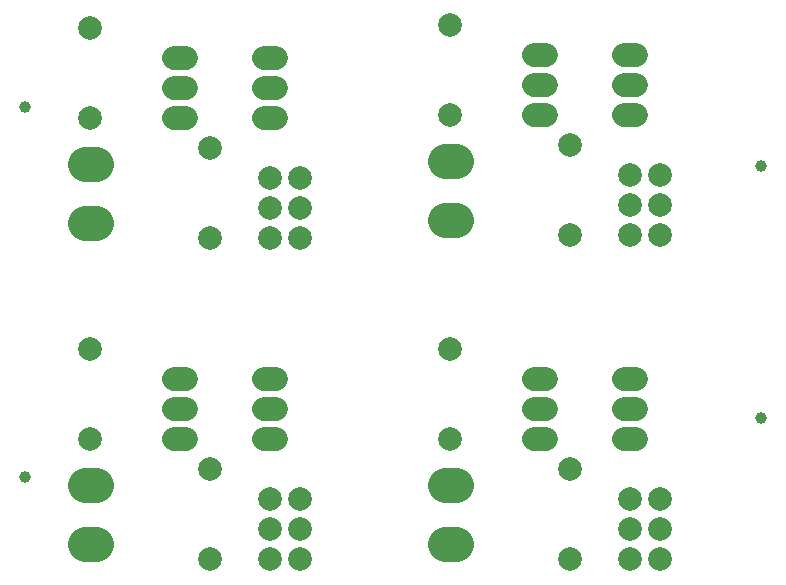
<source format=gtl>
G04 Layer: TopLayer*
G04 EasyEDA v6.5.9, 2022-12-18 14:38:18*
G04 4aff3cac283946888bffb04ada9a0e28,5dd06754fdd742daa6fe38bf62b7df6b,10*
G04 Gerber Generator version 0.2*
G04 Scale: 100 percent, Rotated: No, Reflected: No *
G04 Dimensions in millimeters *
G04 leading zeros omitted , absolute positions ,4 integer and 5 decimal *
%FSLAX45Y45*%
%MOMM*%

%ADD10C,1.0000*%
%ADD11C,2.0000*%
%ADD12C,3.0000*%

%LPD*%
D10*
G01*
X435000Y4207002D03*
G01*
X6673799Y3707003D03*
G01*
X435000Y1079398D03*
G01*
X6673799Y1579397D03*
D11*
G01*
X2514600Y3606800D03*
G01*
X2768600Y3606800D03*
G01*
X2514600Y3352800D03*
G01*
X2768600Y3352800D03*
G01*
X2514600Y3098800D03*
G01*
X2768600Y3098800D03*
G01*
X990600Y4114800D03*
G01*
X990600Y4876800D03*
G01*
X2006600Y3860800D03*
G01*
X2006600Y3098800D03*
G01*
X2006600Y1143000D03*
G01*
X2006600Y381000D03*
G01*
X990600Y1397000D03*
G01*
X990600Y2159000D03*
G01*
X2514600Y889000D03*
G01*
X2768600Y889000D03*
G01*
X2514600Y635000D03*
G01*
X2768600Y635000D03*
G01*
X2514600Y381000D03*
G01*
X2768600Y381000D03*
G01*
X5054600Y1143000D03*
G01*
X5054600Y381000D03*
G01*
X4038600Y1397000D03*
G01*
X4038600Y2159000D03*
G01*
X5562600Y889000D03*
G01*
X5816600Y889000D03*
G01*
X5562600Y635000D03*
G01*
X5816600Y635000D03*
G01*
X5562600Y381000D03*
G01*
X5816600Y381000D03*
G01*
X5054600Y3886200D03*
G01*
X5054600Y3124200D03*
G01*
X4038600Y4140200D03*
G01*
X4038600Y4902200D03*
G01*
X5562600Y3632200D03*
G01*
X5816600Y3632200D03*
G01*
X5562600Y3378200D03*
G01*
X5816600Y3378200D03*
G01*
X5562600Y3124200D03*
G01*
X5816600Y3124200D03*
X1802599Y4622800D02*
G01*
X1702600Y4622800D01*
X1802599Y4368800D02*
G01*
X1702600Y4368800D01*
X2464600Y4368800D02*
G01*
X2564599Y4368800D01*
X2464600Y4622800D02*
G01*
X2564599Y4622800D01*
X1802599Y4114800D02*
G01*
X1702600Y4114800D01*
X2464600Y4114800D02*
G01*
X2564599Y4114800D01*
D12*
X942479Y3731260D02*
G01*
X1038720Y3731260D01*
X942479Y3228340D02*
G01*
X1038720Y3228340D01*
X942479Y1013460D02*
G01*
X1038720Y1013460D01*
X942479Y510540D02*
G01*
X1038720Y510540D01*
D11*
X1802599Y1905000D02*
G01*
X1702600Y1905000D01*
X1802599Y1651000D02*
G01*
X1702600Y1651000D01*
X2464600Y1651000D02*
G01*
X2564599Y1651000D01*
X2464600Y1905000D02*
G01*
X2564599Y1905000D01*
X1802599Y1397000D02*
G01*
X1702600Y1397000D01*
X2464600Y1397000D02*
G01*
X2564599Y1397000D01*
D12*
X3990479Y1013460D02*
G01*
X4086720Y1013460D01*
X3990479Y510540D02*
G01*
X4086720Y510540D01*
D11*
X4850599Y1905000D02*
G01*
X4750600Y1905000D01*
X4850599Y1651000D02*
G01*
X4750600Y1651000D01*
X5512600Y1651000D02*
G01*
X5612599Y1651000D01*
X5512600Y1905000D02*
G01*
X5612599Y1905000D01*
X4850599Y1397000D02*
G01*
X4750600Y1397000D01*
X5512600Y1397000D02*
G01*
X5612599Y1397000D01*
D12*
X3990479Y3756660D02*
G01*
X4086720Y3756660D01*
X3990479Y3253740D02*
G01*
X4086720Y3253740D01*
D11*
X4850599Y4648200D02*
G01*
X4750600Y4648200D01*
X4850599Y4394200D02*
G01*
X4750600Y4394200D01*
X5512600Y4394200D02*
G01*
X5612599Y4394200D01*
X5512600Y4648200D02*
G01*
X5612599Y4648200D01*
X4850599Y4140200D02*
G01*
X4750600Y4140200D01*
X5512600Y4140200D02*
G01*
X5612599Y4140200D01*
M02*

</source>
